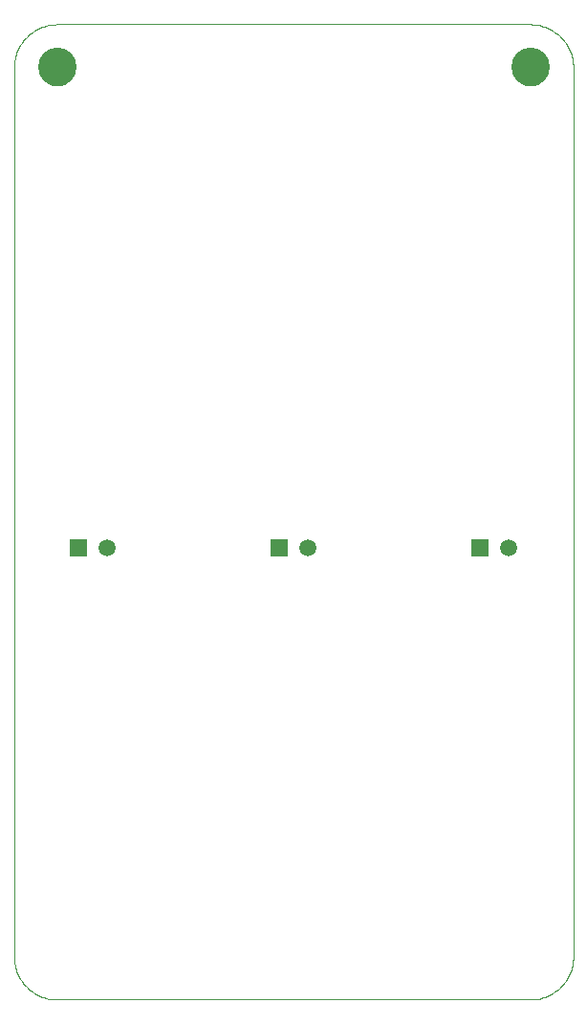
<source format=gts>
G75*
G70*
%OFA0B0*%
%FSLAX24Y24*%
%IPPOS*%
%LPD*%
%AMOC8*
5,1,8,0,0,1.08239X$1,22.5*
%
%ADD10C,0.0000*%
%ADD11C,0.1340*%
%ADD12R,0.0595X0.0595*%
%ADD13C,0.0595*%
%ADD14R,0.1782X0.0036*%
%ADD15R,0.0182X0.0036*%
%ADD16R,0.0145X0.0036*%
%ADD17R,0.1782X0.0036*%
%ADD18R,0.0181X0.0036*%
%ADD19R,1.8073X0.0036*%
%ADD20R,1.8073X0.0036*%
%ADD21R,1.8073X0.0036*%
%ADD22R,1.8146X0.0036*%
%ADD23R,1.8218X0.0036*%
%ADD24R,1.8255X0.0036*%
%ADD25R,1.8218X0.0036*%
%ADD26R,1.8182X0.0036*%
%ADD27R,1.8182X0.0036*%
%ADD28R,1.8146X0.0036*%
%ADD29R,1.8109X0.0036*%
%ADD30R,1.8109X0.0036*%
%ADD31R,0.1237X0.0036*%
%ADD32R,0.1236X0.0036*%
%ADD33R,0.0219X0.0036*%
%ADD34R,0.0218X0.0036*%
%ADD35R,0.1236X0.0036*%
%ADD36R,0.1200X0.0036*%
%ADD37R,0.0182X0.0036*%
%ADD38R,0.0219X0.0036*%
%ADD39R,0.1782X0.0036*%
%ADD40R,0.1200X0.0036*%
%ADD41R,0.1164X0.0036*%
%ADD42R,0.0182X0.0036*%
%ADD43R,0.0219X0.0036*%
%ADD44R,0.1163X0.0036*%
%ADD45R,0.1164X0.0036*%
%ADD46R,0.1127X0.0036*%
%ADD47R,0.1127X0.0036*%
%ADD48R,0.1128X0.0036*%
%ADD49R,0.1163X0.0036*%
%ADD50R,0.1127X0.0036*%
%ADD51R,0.1091X0.0036*%
%ADD52R,0.1090X0.0036*%
%ADD53R,0.1091X0.0036*%
%ADD54R,0.1090X0.0036*%
%ADD55R,0.1055X0.0036*%
%ADD56R,0.1091X0.0036*%
%ADD57R,0.1054X0.0036*%
%ADD58R,0.1055X0.0036*%
%ADD59R,0.1054X0.0036*%
%ADD60R,0.1054X0.0036*%
%ADD61R,0.1018X0.0036*%
%ADD62R,0.0145X0.0036*%
%ADD63R,0.1019X0.0036*%
%ADD64R,0.1018X0.0036*%
%ADD65R,0.0981X0.0036*%
%ADD66R,0.1018X0.0036*%
%ADD67R,0.0145X0.0036*%
%ADD68R,0.0146X0.0036*%
%ADD69R,0.1019X0.0036*%
%ADD70R,0.0982X0.0036*%
%ADD71R,0.0981X0.0036*%
%ADD72R,0.0982X0.0036*%
%ADD73R,0.0109X0.0036*%
%ADD74R,0.0981X0.0036*%
%ADD75R,0.0946X0.0036*%
%ADD76R,0.0982X0.0036*%
%ADD77R,0.0946X0.0036*%
%ADD78R,0.0945X0.0036*%
%ADD79R,0.0946X0.0036*%
%ADD80R,0.0909X0.0036*%
%ADD81R,0.0909X0.0036*%
%ADD82R,0.0909X0.0036*%
%ADD83R,0.0909X0.0036*%
%ADD84R,0.0909X0.0036*%
%ADD85R,0.0872X0.0036*%
%ADD86R,0.0873X0.0036*%
%ADD87R,0.0872X0.0036*%
%ADD88R,0.0837X0.0036*%
%ADD89R,0.0836X0.0036*%
%ADD90R,0.0873X0.0036*%
%ADD91R,0.0836X0.0036*%
%ADD92R,0.0837X0.0036*%
%ADD93R,0.0836X0.0036*%
%ADD94R,0.0836X0.0036*%
%ADD95R,0.0837X0.0036*%
%ADD96R,0.0800X0.0036*%
%ADD97R,0.0800X0.0036*%
%ADD98R,0.0764X0.0036*%
%ADD99R,0.0800X0.0036*%
%ADD100R,0.0764X0.0036*%
%ADD101R,0.0764X0.0036*%
%ADD102R,0.0764X0.0036*%
%ADD103R,0.1818X0.0036*%
%ADD104R,0.1927X0.0036*%
%ADD105R,0.2000X0.0036*%
%ADD106R,0.2182X0.0036*%
%ADD107R,0.2364X0.0036*%
%ADD108R,0.0218X0.0036*%
%ADD109R,0.1746X0.0036*%
%ADD110R,0.0291X0.0036*%
%ADD111R,0.1746X0.0036*%
%ADD112R,0.0218X0.0036*%
%ADD113R,0.1746X0.0036*%
%ADD114R,0.0109X0.0036*%
%ADD115R,0.1709X0.0036*%
%ADD116R,0.1709X0.0036*%
%ADD117R,0.1709X0.0036*%
%ADD118R,0.1418X0.0036*%
%ADD119R,0.0181X0.0036*%
%ADD120R,0.1454X0.0036*%
%ADD121R,0.0181X0.0036*%
%ADD122R,0.1418X0.0036*%
%ADD123R,0.1418X0.0036*%
%ADD124R,0.1382X0.0036*%
%ADD125R,0.0036X0.0036*%
%ADD126R,0.1273X0.0036*%
%ADD127R,0.0037X0.0036*%
%ADD128R,0.1273X0.0036*%
%ADD129R,0.1273X0.0036*%
%ADD130R,0.0909X0.0036*%
%ADD131R,0.0872X0.0036*%
%ADD132R,0.0836X0.0036*%
%ADD133R,0.0728X0.0036*%
%ADD134R,0.0728X0.0036*%
%ADD135R,0.0691X0.0036*%
%ADD136R,0.0691X0.0036*%
%ADD137R,0.0691X0.0036*%
%ADD138R,0.0618X0.0036*%
%ADD139R,0.0618X0.0036*%
%ADD140R,0.0618X0.0036*%
%ADD141R,0.0582X0.0036*%
%ADD142R,0.0546X0.0036*%
%ADD143R,0.0546X0.0036*%
%ADD144R,0.0473X0.0036*%
%ADD145R,0.0473X0.0036*%
%ADD146R,0.0473X0.0036*%
%ADD147R,0.0436X0.0036*%
%ADD148R,0.0400X0.0036*%
%ADD149R,0.0400X0.0036*%
%ADD150R,0.0400X0.0036*%
%ADD151R,0.0364X0.0036*%
%ADD152R,0.0327X0.0036*%
%ADD153R,0.0327X0.0036*%
%ADD154R,0.0327X0.0036*%
%ADD155R,0.0290X0.0036*%
%ADD156R,0.0254X0.0036*%
%ADD157R,0.0254X0.0036*%
%ADD158R,0.0254X0.0036*%
%ADD159R,0.0109X0.0036*%
%ADD160R,0.0109X0.0036*%
%ADD161R,0.0873X0.0036*%
D10*
X000655Y002155D02*
X000655Y033155D01*
X001525Y033155D02*
X001527Y033205D01*
X001533Y033255D01*
X001543Y033304D01*
X001557Y033352D01*
X001574Y033399D01*
X001595Y033444D01*
X001620Y033488D01*
X001648Y033529D01*
X001680Y033568D01*
X001714Y033605D01*
X001751Y033639D01*
X001791Y033669D01*
X001833Y033696D01*
X001877Y033720D01*
X001923Y033741D01*
X001970Y033757D01*
X002018Y033770D01*
X002068Y033779D01*
X002117Y033784D01*
X002168Y033785D01*
X002218Y033782D01*
X002267Y033775D01*
X002316Y033764D01*
X002364Y033749D01*
X002410Y033731D01*
X002455Y033709D01*
X002498Y033683D01*
X002539Y033654D01*
X002578Y033622D01*
X002614Y033587D01*
X002646Y033549D01*
X002676Y033509D01*
X002703Y033466D01*
X002726Y033422D01*
X002745Y033376D01*
X002761Y033328D01*
X002773Y033279D01*
X002781Y033230D01*
X002785Y033180D01*
X002785Y033130D01*
X002781Y033080D01*
X002773Y033031D01*
X002761Y032982D01*
X002745Y032934D01*
X002726Y032888D01*
X002703Y032844D01*
X002676Y032801D01*
X002646Y032761D01*
X002614Y032723D01*
X002578Y032688D01*
X002539Y032656D01*
X002498Y032627D01*
X002455Y032601D01*
X002410Y032579D01*
X002364Y032561D01*
X002316Y032546D01*
X002267Y032535D01*
X002218Y032528D01*
X002168Y032525D01*
X002117Y032526D01*
X002068Y032531D01*
X002018Y032540D01*
X001970Y032553D01*
X001923Y032569D01*
X001877Y032590D01*
X001833Y032614D01*
X001791Y032641D01*
X001751Y032671D01*
X001714Y032705D01*
X001680Y032742D01*
X001648Y032781D01*
X001620Y032822D01*
X001595Y032866D01*
X001574Y032911D01*
X001557Y032958D01*
X001543Y033006D01*
X001533Y033055D01*
X001527Y033105D01*
X001525Y033155D01*
X000655Y033155D02*
X000657Y033231D01*
X000663Y033307D01*
X000672Y033382D01*
X000686Y033457D01*
X000703Y033531D01*
X000724Y033604D01*
X000748Y033676D01*
X000777Y033747D01*
X000808Y033816D01*
X000843Y033883D01*
X000882Y033948D01*
X000924Y034012D01*
X000969Y034073D01*
X001017Y034132D01*
X001068Y034188D01*
X001122Y034242D01*
X001178Y034293D01*
X001237Y034341D01*
X001298Y034386D01*
X001362Y034428D01*
X001427Y034467D01*
X001494Y034502D01*
X001563Y034533D01*
X001634Y034562D01*
X001706Y034586D01*
X001779Y034607D01*
X001853Y034624D01*
X001928Y034638D01*
X002003Y034647D01*
X002079Y034653D01*
X002155Y034655D01*
X018655Y034655D01*
X018025Y033155D02*
X018027Y033205D01*
X018033Y033255D01*
X018043Y033304D01*
X018057Y033352D01*
X018074Y033399D01*
X018095Y033444D01*
X018120Y033488D01*
X018148Y033529D01*
X018180Y033568D01*
X018214Y033605D01*
X018251Y033639D01*
X018291Y033669D01*
X018333Y033696D01*
X018377Y033720D01*
X018423Y033741D01*
X018470Y033757D01*
X018518Y033770D01*
X018568Y033779D01*
X018617Y033784D01*
X018668Y033785D01*
X018718Y033782D01*
X018767Y033775D01*
X018816Y033764D01*
X018864Y033749D01*
X018910Y033731D01*
X018955Y033709D01*
X018998Y033683D01*
X019039Y033654D01*
X019078Y033622D01*
X019114Y033587D01*
X019146Y033549D01*
X019176Y033509D01*
X019203Y033466D01*
X019226Y033422D01*
X019245Y033376D01*
X019261Y033328D01*
X019273Y033279D01*
X019281Y033230D01*
X019285Y033180D01*
X019285Y033130D01*
X019281Y033080D01*
X019273Y033031D01*
X019261Y032982D01*
X019245Y032934D01*
X019226Y032888D01*
X019203Y032844D01*
X019176Y032801D01*
X019146Y032761D01*
X019114Y032723D01*
X019078Y032688D01*
X019039Y032656D01*
X018998Y032627D01*
X018955Y032601D01*
X018910Y032579D01*
X018864Y032561D01*
X018816Y032546D01*
X018767Y032535D01*
X018718Y032528D01*
X018668Y032525D01*
X018617Y032526D01*
X018568Y032531D01*
X018518Y032540D01*
X018470Y032553D01*
X018423Y032569D01*
X018377Y032590D01*
X018333Y032614D01*
X018291Y032641D01*
X018251Y032671D01*
X018214Y032705D01*
X018180Y032742D01*
X018148Y032781D01*
X018120Y032822D01*
X018095Y032866D01*
X018074Y032911D01*
X018057Y032958D01*
X018043Y033006D01*
X018033Y033055D01*
X018027Y033105D01*
X018025Y033155D01*
X018655Y034655D02*
X018731Y034653D01*
X018807Y034647D01*
X018882Y034638D01*
X018957Y034624D01*
X019031Y034607D01*
X019104Y034586D01*
X019176Y034562D01*
X019247Y034533D01*
X019316Y034502D01*
X019383Y034467D01*
X019448Y034428D01*
X019512Y034386D01*
X019573Y034341D01*
X019632Y034293D01*
X019688Y034242D01*
X019742Y034188D01*
X019793Y034132D01*
X019841Y034073D01*
X019886Y034012D01*
X019928Y033948D01*
X019967Y033883D01*
X020002Y033816D01*
X020033Y033747D01*
X020062Y033676D01*
X020086Y033604D01*
X020107Y033531D01*
X020124Y033457D01*
X020138Y033382D01*
X020147Y033307D01*
X020153Y033231D01*
X020155Y033155D01*
X020155Y002155D01*
X020153Y002079D01*
X020147Y002003D01*
X020138Y001928D01*
X020124Y001853D01*
X020107Y001779D01*
X020086Y001706D01*
X020062Y001634D01*
X020033Y001563D01*
X020002Y001494D01*
X019967Y001427D01*
X019928Y001362D01*
X019886Y001298D01*
X019841Y001237D01*
X019793Y001178D01*
X019742Y001122D01*
X019688Y001068D01*
X019632Y001017D01*
X019573Y000969D01*
X019512Y000924D01*
X019448Y000882D01*
X019383Y000843D01*
X019316Y000808D01*
X019247Y000777D01*
X019176Y000748D01*
X019104Y000724D01*
X019031Y000703D01*
X018957Y000686D01*
X018882Y000672D01*
X018807Y000663D01*
X018731Y000657D01*
X018655Y000655D01*
X002155Y000655D01*
X002079Y000657D01*
X002003Y000663D01*
X001928Y000672D01*
X001853Y000686D01*
X001779Y000703D01*
X001706Y000724D01*
X001634Y000748D01*
X001563Y000777D01*
X001494Y000808D01*
X001427Y000843D01*
X001362Y000882D01*
X001298Y000924D01*
X001237Y000969D01*
X001178Y001017D01*
X001122Y001068D01*
X001068Y001122D01*
X001017Y001178D01*
X000969Y001237D01*
X000924Y001298D01*
X000882Y001362D01*
X000843Y001427D01*
X000808Y001494D01*
X000777Y001563D01*
X000748Y001634D01*
X000724Y001706D01*
X000703Y001779D01*
X000686Y001853D01*
X000672Y001928D01*
X000663Y002003D01*
X000657Y002079D01*
X000655Y002155D01*
D11*
X002155Y033155D03*
X018655Y033155D03*
D12*
X016905Y016405D03*
X009905Y016405D03*
X002905Y016405D03*
D13*
X003905Y016405D03*
X010905Y016405D03*
X017905Y016405D03*
D14*
X010412Y021228D03*
X010412Y024537D03*
X010412Y024573D03*
X010412Y024682D03*
X010412Y024828D03*
X010412Y024937D03*
X010412Y024973D03*
X010412Y025082D03*
X010412Y025228D03*
X010412Y025337D03*
X010412Y025373D03*
X010412Y025482D03*
X010412Y025628D03*
X010412Y025737D03*
X010412Y025773D03*
X010412Y025882D03*
X010412Y026028D03*
X010412Y026137D03*
X010412Y026173D03*
X010412Y026282D03*
X010412Y026428D03*
X010412Y026537D03*
X010412Y026573D03*
X010412Y026682D03*
X010412Y026828D03*
X010412Y026937D03*
X010412Y026973D03*
X010412Y027082D03*
X010412Y027228D03*
X010412Y027337D03*
X010412Y027373D03*
X010412Y027482D03*
X010412Y027628D03*
X010412Y027737D03*
X010412Y027773D03*
X010412Y027882D03*
X010412Y028028D03*
X010412Y028137D03*
X010412Y028173D03*
X010448Y029082D03*
D15*
X012266Y024755D03*
X012266Y024646D03*
X012848Y024646D03*
X012848Y024755D03*
X008012Y024755D03*
X008012Y024646D03*
X008012Y024464D03*
X003357Y021264D03*
X017466Y021264D03*
D16*
X011158Y029555D03*
X009303Y028464D03*
X003958Y021264D03*
D17*
X010412Y021264D03*
X010412Y024464D03*
X010412Y024646D03*
X010412Y024755D03*
X010412Y024864D03*
X010412Y025046D03*
X010412Y025155D03*
X010412Y025264D03*
X010412Y025446D03*
X010412Y025555D03*
X010412Y025664D03*
X010412Y025846D03*
X010412Y025955D03*
X010412Y026064D03*
X010412Y026246D03*
X010412Y026355D03*
X010412Y026464D03*
X010412Y026646D03*
X010412Y026755D03*
X010412Y026864D03*
X010412Y027046D03*
X010412Y027155D03*
X010412Y027264D03*
X010412Y027446D03*
X010412Y027555D03*
X010412Y027664D03*
X010412Y027846D03*
X010412Y027955D03*
X010412Y028064D03*
X010448Y029046D03*
D18*
X011176Y029446D03*
X016885Y021264D03*
D19*
X010412Y021301D03*
X010412Y021410D03*
X010412Y021519D03*
X010412Y021591D03*
X010412Y021701D03*
X010412Y021810D03*
X010412Y021919D03*
X010412Y021991D03*
X010412Y022101D03*
X010412Y022210D03*
X010412Y022319D03*
X010412Y022391D03*
X010412Y022501D03*
X010412Y022610D03*
X010412Y022719D03*
X010412Y022791D03*
X010412Y022901D03*
X010412Y023010D03*
X010412Y023119D03*
X010412Y023191D03*
X010412Y023301D03*
X010412Y023410D03*
X010412Y023519D03*
X010412Y023591D03*
X010412Y023701D03*
X010412Y023810D03*
X010412Y023919D03*
X010412Y023991D03*
X010412Y024101D03*
D20*
X010412Y024028D03*
X010412Y023882D03*
X010412Y023773D03*
X010412Y023737D03*
X010412Y023628D03*
X010412Y023482D03*
X010412Y023373D03*
X010412Y023337D03*
X010412Y023228D03*
X010412Y023082D03*
X010412Y022973D03*
X010412Y022937D03*
X010412Y022828D03*
X010412Y022682D03*
X010412Y022573D03*
X010412Y022537D03*
X010412Y022428D03*
X010412Y022282D03*
X010412Y022173D03*
X010412Y022137D03*
X010412Y022028D03*
X010412Y021882D03*
X010412Y021773D03*
X010412Y021737D03*
X010412Y021628D03*
X010412Y021482D03*
X010412Y021373D03*
X010412Y021337D03*
D21*
X010412Y021446D03*
X010412Y021555D03*
X010412Y021664D03*
X010412Y021846D03*
X010412Y021955D03*
X010412Y022064D03*
X010412Y022246D03*
X010412Y022355D03*
X010412Y022464D03*
X010412Y022646D03*
X010412Y022755D03*
X010412Y022864D03*
X010412Y023046D03*
X010412Y023155D03*
X010412Y023264D03*
X010412Y023446D03*
X010412Y023555D03*
X010412Y023664D03*
X010412Y023846D03*
X010412Y023955D03*
X010412Y024064D03*
D22*
X010448Y024137D03*
D23*
X010412Y024173D03*
D24*
X010394Y024210D03*
D25*
X010412Y024246D03*
D26*
X010394Y024282D03*
D27*
X010394Y024319D03*
D28*
X010412Y024355D03*
D29*
X010394Y024391D03*
D30*
X010394Y024428D03*
D31*
X015485Y024464D03*
X001994Y024464D03*
D32*
X005339Y024464D03*
D33*
X008576Y024464D03*
X008576Y024646D03*
X008576Y024755D03*
X012285Y024464D03*
D34*
X012830Y024464D03*
D35*
X018830Y024464D03*
D36*
X018848Y024501D03*
X015466Y024501D03*
X005321Y024501D03*
X001975Y024501D03*
D37*
X008012Y024501D03*
X008012Y024610D03*
X008012Y024719D03*
X008012Y024791D03*
X012266Y024791D03*
X012266Y024719D03*
X012266Y024610D03*
X012266Y024501D03*
X012848Y024501D03*
X012848Y024610D03*
X012848Y024719D03*
X012848Y024791D03*
D38*
X008576Y024719D03*
X008576Y024610D03*
X008576Y024501D03*
D39*
X010412Y024501D03*
X010412Y024610D03*
X010412Y024719D03*
X010412Y024791D03*
X010412Y024901D03*
X010412Y025010D03*
X010412Y025119D03*
X010412Y025191D03*
X010412Y025301D03*
X010412Y025410D03*
X010412Y025519D03*
X010412Y025591D03*
X010412Y025701D03*
X010412Y025810D03*
X010412Y025919D03*
X010412Y025991D03*
X010412Y026101D03*
X010412Y026210D03*
X010412Y026319D03*
X010412Y026391D03*
X010412Y026501D03*
X010412Y026610D03*
X010412Y026719D03*
X010412Y026791D03*
X010412Y026901D03*
X010412Y027010D03*
X010412Y027119D03*
X010412Y027191D03*
X010412Y027301D03*
X010412Y027410D03*
X010412Y027519D03*
X010412Y027591D03*
X010412Y027701D03*
X010412Y027810D03*
X010412Y027919D03*
X010412Y027991D03*
X010412Y028101D03*
X010412Y028210D03*
X010448Y029119D03*
D40*
X010412Y030173D03*
X001975Y024537D03*
D41*
X005339Y024537D03*
X005339Y024573D03*
D42*
X008012Y024573D03*
X008012Y024537D03*
X008012Y024682D03*
X008012Y024828D03*
X012266Y024682D03*
X012266Y024573D03*
X012266Y024537D03*
X012848Y024537D03*
X012848Y024573D03*
X012848Y024682D03*
D43*
X008576Y024682D03*
X008576Y024573D03*
X008576Y024537D03*
D44*
X015485Y024537D03*
X015485Y024573D03*
D45*
X018830Y024537D03*
D46*
X018849Y024573D03*
X001976Y024573D03*
X001976Y024682D03*
D47*
X001976Y024610D03*
X018849Y024610D03*
D48*
X005321Y024610D03*
D49*
X015485Y024610D03*
D50*
X015467Y024646D03*
X001976Y024646D03*
D51*
X005340Y024646D03*
D52*
X018830Y024646D03*
D53*
X015485Y024682D03*
X005340Y024682D03*
D54*
X018830Y024682D03*
D55*
X001976Y024719D03*
X001976Y024791D03*
D56*
X005340Y024719D03*
X015485Y024719D03*
D57*
X018848Y024719D03*
D58*
X015467Y024755D03*
X001976Y024755D03*
D59*
X005321Y024755D03*
D60*
X018848Y024755D03*
D61*
X005339Y024791D03*
D62*
X008576Y024791D03*
X011158Y029519D03*
D63*
X015485Y024791D03*
D64*
X018830Y024791D03*
D65*
X001976Y024828D03*
D66*
X005339Y024828D03*
D67*
X008576Y024828D03*
X012285Y024828D03*
D68*
X012830Y024828D03*
D69*
X015485Y024828D03*
D70*
X018848Y024828D03*
X010412Y030282D03*
D71*
X001976Y024864D03*
D72*
X005321Y024864D03*
X010412Y030246D03*
X015466Y024864D03*
X018848Y024864D03*
D73*
X012849Y024864D03*
X012267Y024864D03*
X010412Y032464D03*
X010412Y032646D03*
X010412Y032755D03*
D74*
X001976Y024901D03*
D75*
X005339Y024901D03*
D76*
X010412Y030210D03*
X010412Y030319D03*
X015466Y024901D03*
D77*
X018830Y024901D03*
D78*
X015485Y024937D03*
X015485Y024973D03*
X001958Y024937D03*
D79*
X005339Y024937D03*
D80*
X010412Y030428D03*
X018849Y024973D03*
X018849Y024937D03*
D81*
X005321Y024973D03*
X001976Y024973D03*
D82*
X001976Y025010D03*
X005321Y025010D03*
D83*
X010412Y030391D03*
X010412Y030501D03*
X015467Y025010D03*
X018849Y025010D03*
D84*
X001976Y025046D03*
D85*
X005339Y025046D03*
D86*
X010794Y032864D03*
X010794Y033046D03*
X010794Y033155D03*
X010794Y033264D03*
X015485Y025046D03*
D87*
X018830Y025046D03*
D88*
X001976Y025082D03*
D89*
X005321Y025082D03*
D90*
X010794Y032937D03*
X010794Y032973D03*
X010794Y033082D03*
X010794Y033228D03*
X015485Y025082D03*
D91*
X018848Y025082D03*
X010412Y030573D03*
X010412Y030682D03*
D92*
X015467Y025119D03*
X001976Y025119D03*
D93*
X005321Y025119D03*
D94*
X010412Y030610D03*
X018848Y025119D03*
D95*
X015467Y025155D03*
X001976Y025155D03*
D96*
X001957Y025264D03*
X005339Y025264D03*
X005339Y025155D03*
X015485Y025264D03*
X018830Y025155D03*
D97*
X015485Y025191D03*
X015485Y025301D03*
X005339Y025301D03*
X005339Y025191D03*
X001957Y025191D03*
X001957Y025301D03*
D98*
X010412Y030719D03*
X010412Y030791D03*
X018848Y025301D03*
X018848Y025191D03*
D99*
X015485Y025228D03*
X001957Y025228D03*
D100*
X005321Y025228D03*
D101*
X010412Y030828D03*
X018848Y025228D03*
D102*
X018848Y025264D03*
X010412Y030755D03*
D103*
X010430Y028246D03*
D104*
X010412Y028282D03*
D105*
X010412Y028319D03*
D106*
X010394Y028355D03*
D107*
X010412Y028391D03*
D108*
X009339Y028428D03*
D109*
X010430Y028428D03*
X010430Y028537D03*
X010430Y028573D03*
X010430Y028682D03*
X010430Y028828D03*
X010430Y028937D03*
X010430Y028973D03*
X010430Y029228D03*
D110*
X011485Y028428D03*
D111*
X010430Y028464D03*
X010430Y028646D03*
X010430Y028755D03*
X010430Y028864D03*
X010430Y029155D03*
D112*
X011521Y028464D03*
D113*
X010430Y028501D03*
X010430Y028610D03*
X010430Y028719D03*
X010430Y028791D03*
X010430Y028901D03*
X010430Y029010D03*
X010430Y029191D03*
D114*
X011176Y029591D03*
X011540Y028501D03*
D115*
X010449Y029264D03*
D116*
X010449Y029301D03*
D117*
X010449Y029337D03*
D118*
X010339Y029373D03*
X010339Y029482D03*
D119*
X011176Y029482D03*
X011176Y029373D03*
D120*
X010321Y029410D03*
D121*
X011176Y029410D03*
D122*
X010339Y029446D03*
X010339Y029555D03*
D123*
X010339Y029519D03*
D124*
X010357Y029591D03*
D125*
X009721Y029628D03*
D126*
X010412Y029628D03*
X010412Y029737D03*
X010412Y029773D03*
X010412Y029882D03*
X010412Y030028D03*
X010412Y030137D03*
D127*
X011176Y029628D03*
D128*
X010412Y029664D03*
X010412Y029846D03*
X010412Y029955D03*
X010412Y030064D03*
D129*
X010412Y030101D03*
X010412Y029991D03*
X010412Y029919D03*
X010412Y029810D03*
X010412Y029701D03*
D130*
X010412Y030355D03*
X010412Y030464D03*
D131*
X010430Y030537D03*
D132*
X010412Y030646D03*
D133*
X010430Y030864D03*
D134*
X010430Y030901D03*
D135*
X010412Y030937D03*
X010412Y030973D03*
D136*
X010412Y031010D03*
D137*
X010412Y031046D03*
D138*
X010412Y031082D03*
X010412Y031228D03*
D139*
X010412Y031191D03*
X010412Y031119D03*
D140*
X010412Y031155D03*
D141*
X010430Y031264D03*
D142*
X010412Y031301D03*
X010412Y031410D03*
D143*
X010412Y031373D03*
X010412Y031337D03*
D144*
X010412Y031446D03*
X010412Y031555D03*
D145*
X010412Y031482D03*
D146*
X010412Y031519D03*
X010412Y031591D03*
D147*
X010430Y031628D03*
D148*
X010412Y031664D03*
D149*
X010412Y031701D03*
D150*
X010412Y031737D03*
X010412Y031773D03*
D151*
X010430Y031810D03*
D152*
X010412Y031846D03*
X010412Y031955D03*
D153*
X010412Y031882D03*
D154*
X010412Y031919D03*
D155*
X010430Y031991D03*
D156*
X010412Y032028D03*
X010412Y032137D03*
X010412Y032173D03*
X010412Y032282D03*
D157*
X010412Y032246D03*
X010412Y032355D03*
X010412Y032064D03*
D158*
X010412Y032101D03*
X010412Y032210D03*
X010412Y032319D03*
X010412Y032391D03*
D159*
X010412Y032428D03*
X010412Y032537D03*
X010412Y032573D03*
X010412Y032682D03*
X010412Y032828D03*
D160*
X010412Y032791D03*
X010412Y032719D03*
X010412Y032610D03*
X010412Y032501D03*
D161*
X010794Y032901D03*
X010794Y033010D03*
X010794Y033119D03*
X010794Y033191D03*
M02*

</source>
